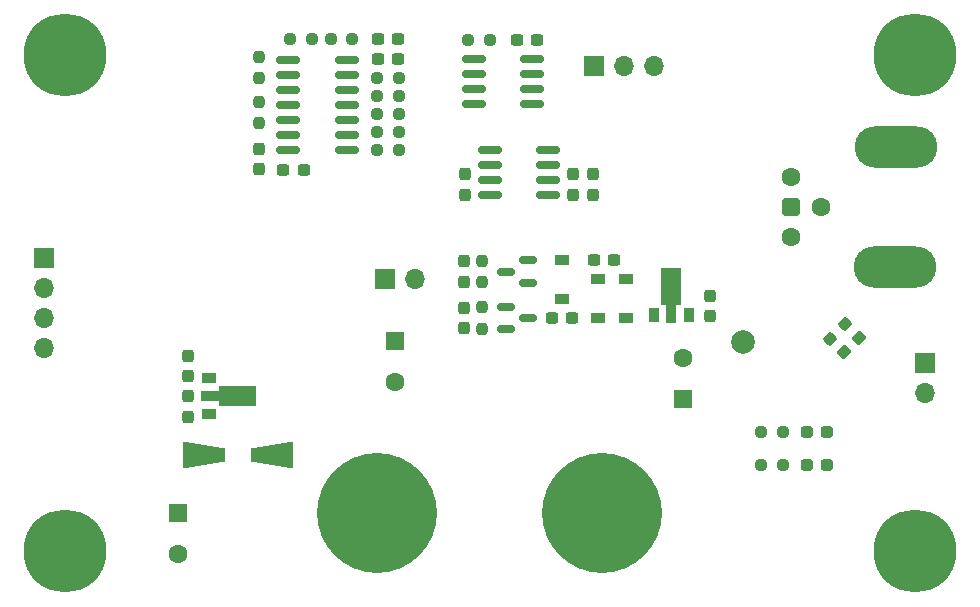
<source format=gbr>
%TF.GenerationSoftware,KiCad,Pcbnew,(5.99.0-9654-g274d4e2eb4)*%
%TF.CreationDate,2021-03-31T09:38:20+08:00*%
%TF.ProjectId,16bit-pwm-dac-board,31366269-742d-4707-976d-2d6461632d62,MK1B1*%
%TF.SameCoordinates,PXfd9da600PY17d7840*%
%TF.FileFunction,Soldermask,Top*%
%TF.FilePolarity,Negative*%
%FSLAX46Y46*%
G04 Gerber Fmt 4.6, Leading zero omitted, Abs format (unit mm)*
G04 Created by KiCad (PCBNEW (5.99.0-9654-g274d4e2eb4)) date 2021-03-31 09:38:20*
%MOMM*%
%LPD*%
G01*
G04 APERTURE LIST*
G04 Aperture macros list*
%AMRoundRect*
0 Rectangle with rounded corners*
0 $1 Rounding radius*
0 $2 $3 $4 $5 $6 $7 $8 $9 X,Y pos of 4 corners*
0 Add a 4 corners polygon primitive as box body*
4,1,4,$2,$3,$4,$5,$6,$7,$8,$9,$2,$3,0*
0 Add four circle primitives for the rounded corners*
1,1,$1+$1,$2,$3*
1,1,$1+$1,$4,$5*
1,1,$1+$1,$6,$7*
1,1,$1+$1,$8,$9*
0 Add four rect primitives between the rounded corners*
20,1,$1+$1,$2,$3,$4,$5,0*
20,1,$1+$1,$4,$5,$6,$7,0*
20,1,$1+$1,$6,$7,$8,$9,0*
20,1,$1+$1,$8,$9,$2,$3,0*%
%AMOutline4P*
0 Free polygon, 4 corners , with rotation*
0 The origin of the aperture is its center*
0 number of corners: always 4*
0 $1 to $8 corner X, Y*
0 $9 Rotation angle, in degrees counterclockwise*
0 create outline with 4 corners*
4,1,4,$1,$2,$3,$4,$5,$6,$7,$8,$1,$2,$9*%
%AMFreePoly0*
4,1,9,3.862500,-0.866500,0.737500,-0.866500,0.737500,-0.450000,-0.737500,-0.450000,-0.737500,0.450000,0.737500,0.450000,0.737500,0.866500,3.862500,0.866500,3.862500,-0.866500,3.862500,-0.866500,$1*%
G04 Aperture macros list end*
%ADD10C,2.000000*%
%ADD11RoundRect,0.150000X-0.825000X-0.150000X0.825000X-0.150000X0.825000X0.150000X-0.825000X0.150000X0*%
%ADD12R,1.600000X1.600000*%
%ADD13C,1.600000*%
%ADD14RoundRect,0.237500X-0.237500X0.300000X-0.237500X-0.300000X0.237500X-0.300000X0.237500X0.300000X0*%
%ADD15RoundRect,0.237500X0.300000X0.237500X-0.300000X0.237500X-0.300000X-0.237500X0.300000X-0.237500X0*%
%ADD16RoundRect,0.237500X-0.300000X-0.237500X0.300000X-0.237500X0.300000X0.237500X-0.300000X0.237500X0*%
%ADD17RoundRect,0.237500X-0.250000X-0.237500X0.250000X-0.237500X0.250000X0.237500X-0.250000X0.237500X0*%
%ADD18R,1.700000X1.700000*%
%ADD19O,1.700000X1.700000*%
%ADD20C,0.800000*%
%ADD21C,7.000000*%
%ADD22RoundRect,0.237500X0.287500X0.237500X-0.287500X0.237500X-0.287500X-0.237500X0.287500X-0.237500X0*%
%ADD23RoundRect,0.237500X0.250000X0.237500X-0.250000X0.237500X-0.250000X-0.237500X0.250000X-0.237500X0*%
%ADD24RoundRect,0.237500X0.237500X-0.300000X0.237500X0.300000X-0.237500X0.300000X-0.237500X-0.300000X0*%
%ADD25RoundRect,0.150000X0.587500X0.150000X-0.587500X0.150000X-0.587500X-0.150000X0.587500X-0.150000X0*%
%ADD26RoundRect,0.237500X-0.008839X-0.344715X0.344715X0.008839X0.008839X0.344715X-0.344715X-0.008839X0*%
%ADD27RoundRect,0.237500X0.237500X-0.250000X0.237500X0.250000X-0.237500X0.250000X-0.237500X-0.250000X0*%
%ADD28C,10.160000*%
%ADD29Outline4P,-1.800000X-1.150000X1.800000X-0.550000X1.800000X0.550000X-1.800000X1.150000X0.000000*%
%ADD30Outline4P,-1.800000X-1.150000X1.800000X-0.550000X1.800000X0.550000X-1.800000X1.150000X180.000000*%
%ADD31RoundRect,0.237500X-0.237500X0.250000X-0.237500X-0.250000X0.237500X-0.250000X0.237500X0.250000X0*%
%ADD32RoundRect,0.237500X0.044194X0.380070X-0.380070X-0.044194X-0.044194X-0.380070X0.380070X0.044194X0*%
%ADD33R,1.200000X0.900000*%
%ADD34R,1.300000X0.900000*%
%ADD35FreePoly0,0.000000*%
%ADD36RoundRect,0.150000X0.825000X0.150000X-0.825000X0.150000X-0.825000X-0.150000X0.825000X-0.150000X0*%
%ADD37R,0.900000X1.300000*%
%ADD38FreePoly0,90.000000*%
%ADD39RoundRect,0.150000X-0.587500X-0.150000X0.587500X-0.150000X0.587500X0.150000X-0.587500X0.150000X0*%
%ADD40O,7.000000X3.500000*%
%ADD41RoundRect,0.400000X-0.400000X0.400000X-0.400000X-0.400000X0.400000X-0.400000X0.400000X0.400000X0*%
G04 APERTURE END LIST*
D10*
%TO.C,TP101*%
X61463000Y21698000D03*
%TD*%
D11*
%TO.C,U104*%
X38629625Y45662625D03*
X38629625Y44392625D03*
X38629625Y43122625D03*
X38629625Y41852625D03*
X43579625Y41852625D03*
X43579625Y43122625D03*
X43579625Y44392625D03*
X43579625Y45662625D03*
%TD*%
D12*
%TO.C,C113*%
X31999000Y21825000D03*
D13*
X31999000Y18325000D03*
%TD*%
D14*
%TO.C,C101*%
X37906000Y35895500D03*
X37906000Y34170500D03*
%TD*%
D15*
%TO.C,C108*%
X32226500Y47352000D03*
X30501500Y47352000D03*
%TD*%
D16*
%TO.C,C107*%
X30501500Y45701000D03*
X32226500Y45701000D03*
%TD*%
D17*
%TO.C,R111*%
X62963500Y11284000D03*
X64788500Y11284000D03*
%TD*%
D18*
%TO.C,J104*%
X2281000Y28800000D03*
D19*
X2281000Y26260000D03*
X2281000Y23720000D03*
X2281000Y21180000D03*
%TD*%
D20*
%TO.C,H101*%
X5856155Y44143845D03*
X4000000Y48625000D03*
D21*
X4000000Y46000000D03*
D20*
X1375000Y46000000D03*
X5856155Y47856155D03*
X2143845Y47856155D03*
X2143845Y44143845D03*
X4000000Y43375000D03*
X6625000Y46000000D03*
%TD*%
%TO.C,H103*%
X76000000Y6625000D03*
X76000000Y1375000D03*
X73375000Y4000000D03*
D21*
X76000000Y4000000D03*
D20*
X78625000Y4000000D03*
X77856155Y2143845D03*
X77856155Y5856155D03*
X74143845Y2143845D03*
X74143845Y5856155D03*
%TD*%
D11*
%TO.C,U102*%
X40003000Y37954000D03*
X40003000Y36684000D03*
X40003000Y35414000D03*
X40003000Y34144000D03*
X44953000Y34144000D03*
X44953000Y35414000D03*
X44953000Y36684000D03*
X44953000Y37954000D03*
%TD*%
D15*
%TO.C,C110*%
X43999125Y47313625D03*
X42274125Y47313625D03*
%TD*%
D22*
%TO.C,D102*%
X68561000Y11284000D03*
X66811000Y11284000D03*
%TD*%
D18*
%TO.C,J103*%
X31105000Y27032000D03*
D19*
X33645000Y27032000D03*
%TD*%
D23*
%TO.C,R109*%
X32276500Y42526000D03*
X30451500Y42526000D03*
%TD*%
D12*
%TO.C,C117*%
X56383000Y16898500D03*
D13*
X56383000Y20398500D03*
%TD*%
D24*
%TO.C,C114*%
X37841000Y22867500D03*
X37841000Y24592500D03*
%TD*%
D18*
%TO.C,J107*%
X48778000Y45066000D03*
D19*
X51318000Y45066000D03*
X53858000Y45066000D03*
%TD*%
D23*
%TO.C,R110*%
X39985125Y47313625D03*
X38160125Y47313625D03*
%TD*%
D17*
%TO.C,R103*%
X30451500Y39478000D03*
X32276500Y39478000D03*
%TD*%
D25*
%TO.C,Q102*%
X43223500Y26717000D03*
X43223500Y28617000D03*
X41348500Y27667000D03*
%TD*%
D14*
%TO.C,C115*%
X37841000Y28529500D03*
X37841000Y26804500D03*
%TD*%
D26*
%TO.C,R112*%
X68818765Y21941765D03*
X70109235Y23232235D03*
%TD*%
D27*
%TO.C,R114*%
X39365000Y22817500D03*
X39365000Y24642500D03*
%TD*%
D17*
%TO.C,R113*%
X62963500Y14078000D03*
X64788500Y14078000D03*
%TD*%
D18*
%TO.C,J105*%
X76830000Y19920000D03*
D19*
X76830000Y17380000D03*
%TD*%
D16*
%TO.C,C116*%
X48789500Y28683000D03*
X50514500Y28683000D03*
%TD*%
D14*
%TO.C,C119*%
X58669000Y25608500D03*
X58669000Y23883500D03*
%TD*%
D28*
%TO.C,J102*%
X49525000Y7220000D03*
%TD*%
D20*
%TO.C,H102*%
X4000000Y6625000D03*
X2143845Y5856155D03*
X4000000Y1375000D03*
X1375000Y4000000D03*
X5856155Y2143845D03*
X5856155Y5856155D03*
X2143845Y2143845D03*
D21*
X4000000Y4000000D03*
D20*
X6625000Y4000000D03*
%TD*%
D29*
%TO.C,D101*%
X15764000Y12173000D03*
D30*
X21564000Y12173000D03*
%TD*%
D31*
%TO.C,R115*%
X39365000Y28579500D03*
X39365000Y26754500D03*
%TD*%
D17*
%TO.C,R108*%
X26514500Y47352000D03*
X28339500Y47352000D03*
%TD*%
D32*
%TO.C,C112*%
X71216880Y22053880D03*
X69997120Y20834120D03*
%TD*%
D24*
%TO.C,C111*%
X20463000Y36329500D03*
X20463000Y38054500D03*
%TD*%
D33*
%TO.C,D106*%
X49144000Y27031000D03*
X49144000Y23731000D03*
%TD*%
D34*
%TO.C,U103*%
X16252000Y18626000D03*
D35*
X16339500Y17126000D03*
D34*
X16252000Y15626000D03*
%TD*%
D31*
%TO.C,R104*%
X20442000Y42041500D03*
X20442000Y40216500D03*
%TD*%
D16*
%TO.C,C109*%
X22521500Y36303000D03*
X24246500Y36303000D03*
%TD*%
D14*
%TO.C,C105*%
X48701000Y35895500D03*
X48701000Y34170500D03*
%TD*%
D33*
%TO.C,D105*%
X51557000Y23731000D03*
X51557000Y27031000D03*
%TD*%
D12*
%TO.C,C102*%
X13605000Y7220000D03*
D13*
X13605000Y3720000D03*
%TD*%
D14*
%TO.C,C103*%
X47050000Y35895500D03*
X47050000Y34170500D03*
%TD*%
D17*
%TO.C,R102*%
X30451500Y41002000D03*
X32276500Y41002000D03*
%TD*%
D24*
%TO.C,C106*%
X14473000Y18803500D03*
X14473000Y20528500D03*
%TD*%
D36*
%TO.C,U101*%
X27870000Y37954000D03*
X27870000Y39224000D03*
X27870000Y40494000D03*
X27870000Y41764000D03*
X27870000Y43034000D03*
X27870000Y44304000D03*
X27870000Y45574000D03*
X22920000Y45574000D03*
X22920000Y44304000D03*
X22920000Y43034000D03*
X22920000Y41764000D03*
X22920000Y40494000D03*
X22920000Y39224000D03*
X22920000Y37954000D03*
%TD*%
D16*
%TO.C,C118*%
X45233500Y23730000D03*
X46958500Y23730000D03*
%TD*%
D28*
%TO.C,J101*%
X30475000Y7220000D03*
%TD*%
D22*
%TO.C,D103*%
X68561000Y14078000D03*
X66811000Y14078000D03*
%TD*%
D20*
%TO.C,H104*%
X74143845Y47856155D03*
X77856155Y47856155D03*
X73375000Y46000000D03*
X78625000Y46000000D03*
X76000000Y48625000D03*
X76000000Y43375000D03*
D21*
X76000000Y46000000D03*
D20*
X74143845Y44143845D03*
X77856155Y44143845D03*
%TD*%
D23*
%TO.C,R105*%
X24910500Y47352000D03*
X23085500Y47352000D03*
%TD*%
D17*
%TO.C,R107*%
X30451500Y44050000D03*
X32276500Y44050000D03*
%TD*%
D37*
%TO.C,U105*%
X53867000Y23985000D03*
D38*
X55367000Y24072500D03*
D37*
X56867000Y23985000D03*
%TD*%
D39*
%TO.C,Q101*%
X41348500Y24680000D03*
X41348500Y22780000D03*
X43223500Y23730000D03*
%TD*%
D17*
%TO.C,R101*%
X30451500Y37954000D03*
X32276500Y37954000D03*
%TD*%
D27*
%TO.C,R106*%
X20442000Y44026500D03*
X20442000Y45851500D03*
%TD*%
D40*
%TO.C,J106*%
X74285000Y28048000D03*
X74385000Y38208000D03*
D41*
X65495000Y33128000D03*
D13*
X65495000Y35668000D03*
X68035000Y33128000D03*
X65495000Y30588000D03*
%TD*%
D33*
%TO.C,D104*%
X46096000Y25382000D03*
X46096000Y28682000D03*
%TD*%
D24*
%TO.C,C104*%
X14473000Y15374500D03*
X14473000Y17099500D03*
%TD*%
M02*

</source>
